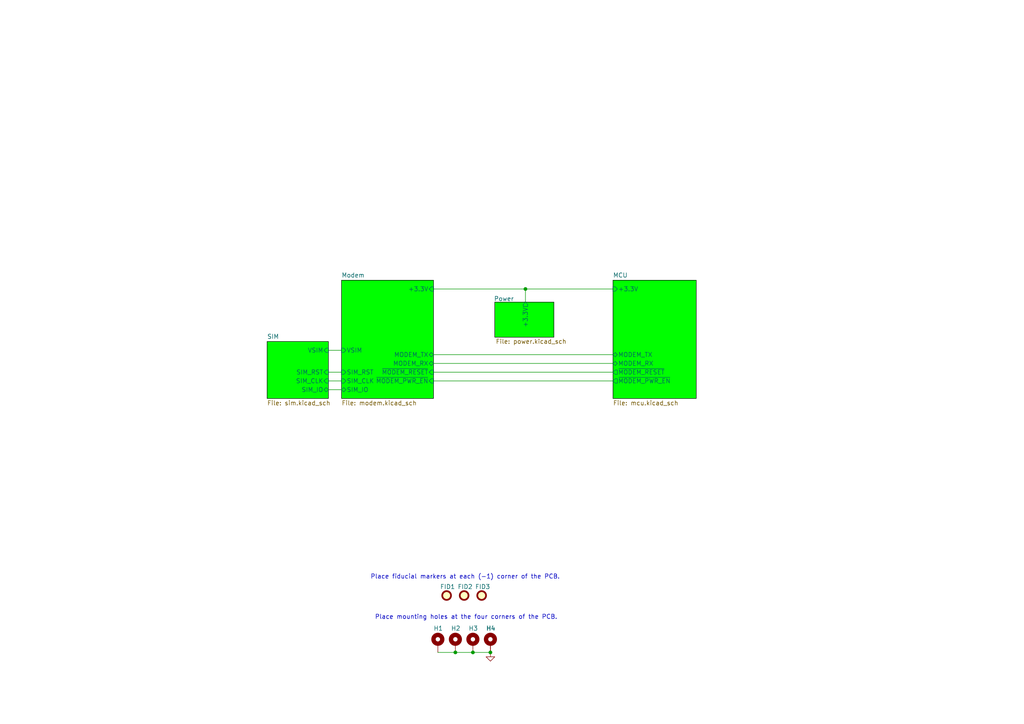
<source format=kicad_sch>
(kicad_sch
	(version 20231120)
	(generator "eeschema")
	(generator_version "8.0")
	(uuid "b12a6e25-97fb-4aba-bc96-af8db389bb9a")
	(paper "A4")
	(title_block
		(title "Iida devkit")
		(date "2024-09-08")
		(rev "v4.0.0")
	)
	(lib_symbols
		(symbol "Mechanical:Fiducial"
			(exclude_from_sim no)
			(in_bom yes)
			(on_board yes)
			(property "Reference" "FID"
				(at 0 5.08 0)
				(effects
					(font
						(size 1.27 1.27)
					)
				)
			)
			(property "Value" "Fiducial"
				(at 0 3.175 0)
				(effects
					(font
						(size 1.27 1.27)
					)
				)
			)
			(property "Footprint" ""
				(at 0 0 0)
				(effects
					(font
						(size 1.27 1.27)
					)
					(hide yes)
				)
			)
			(property "Datasheet" "~"
				(at 0 0 0)
				(effects
					(font
						(size 1.27 1.27)
					)
					(hide yes)
				)
			)
			(property "Description" "Fiducial Marker"
				(at 0 0 0)
				(effects
					(font
						(size 1.27 1.27)
					)
					(hide yes)
				)
			)
			(property "ki_keywords" "fiducial marker"
				(at 0 0 0)
				(effects
					(font
						(size 1.27 1.27)
					)
					(hide yes)
				)
			)
			(property "ki_fp_filters" "Fiducial*"
				(at 0 0 0)
				(effects
					(font
						(size 1.27 1.27)
					)
					(hide yes)
				)
			)
			(symbol "Fiducial_0_1"
				(circle
					(center 0 0)
					(radius 1.27)
					(stroke
						(width 0.508)
						(type default)
					)
					(fill
						(type background)
					)
				)
			)
		)
		(symbol "Mechanical:MountingHole_Pad"
			(pin_numbers hide)
			(pin_names
				(offset 1.016) hide)
			(exclude_from_sim no)
			(in_bom yes)
			(on_board yes)
			(property "Reference" "H"
				(at 0 6.35 0)
				(effects
					(font
						(size 1.27 1.27)
					)
				)
			)
			(property "Value" "MountingHole_Pad"
				(at 0 4.445 0)
				(effects
					(font
						(size 1.27 1.27)
					)
				)
			)
			(property "Footprint" ""
				(at 0 0 0)
				(effects
					(font
						(size 1.27 1.27)
					)
					(hide yes)
				)
			)
			(property "Datasheet" "~"
				(at 0 0 0)
				(effects
					(font
						(size 1.27 1.27)
					)
					(hide yes)
				)
			)
			(property "Description" "Mounting Hole with connection"
				(at 0 0 0)
				(effects
					(font
						(size 1.27 1.27)
					)
					(hide yes)
				)
			)
			(property "ki_keywords" "mounting hole"
				(at 0 0 0)
				(effects
					(font
						(size 1.27 1.27)
					)
					(hide yes)
				)
			)
			(property "ki_fp_filters" "MountingHole*Pad*"
				(at 0 0 0)
				(effects
					(font
						(size 1.27 1.27)
					)
					(hide yes)
				)
			)
			(symbol "MountingHole_Pad_0_1"
				(circle
					(center 0 1.27)
					(radius 1.27)
					(stroke
						(width 1.27)
						(type default)
					)
					(fill
						(type none)
					)
				)
			)
			(symbol "MountingHole_Pad_1_1"
				(pin input line
					(at 0 -2.54 90)
					(length 2.54)
					(name "1"
						(effects
							(font
								(size 1.27 1.27)
							)
						)
					)
					(number "1"
						(effects
							(font
								(size 1.27 1.27)
							)
						)
					)
				)
			)
		)
		(symbol "power:GND"
			(power)
			(pin_numbers hide)
			(pin_names
				(offset 0) hide)
			(exclude_from_sim no)
			(in_bom yes)
			(on_board yes)
			(property "Reference" "#PWR"
				(at 0 -6.35 0)
				(effects
					(font
						(size 1.27 1.27)
					)
					(hide yes)
				)
			)
			(property "Value" "GND"
				(at 0 -3.81 0)
				(effects
					(font
						(size 1.27 1.27)
					)
				)
			)
			(property "Footprint" ""
				(at 0 0 0)
				(effects
					(font
						(size 1.27 1.27)
					)
					(hide yes)
				)
			)
			(property "Datasheet" ""
				(at 0 0 0)
				(effects
					(font
						(size 1.27 1.27)
					)
					(hide yes)
				)
			)
			(property "Description" "Power symbol creates a global label with name \"GND\" , ground"
				(at 0 0 0)
				(effects
					(font
						(size 1.27 1.27)
					)
					(hide yes)
				)
			)
			(property "ki_keywords" "global power"
				(at 0 0 0)
				(effects
					(font
						(size 1.27 1.27)
					)
					(hide yes)
				)
			)
			(symbol "GND_0_1"
				(polyline
					(pts
						(xy 0 0) (xy 0 -1.27) (xy 1.27 -1.27) (xy 0 -2.54) (xy -1.27 -1.27) (xy 0 -1.27)
					)
					(stroke
						(width 0)
						(type default)
					)
					(fill
						(type none)
					)
				)
			)
			(symbol "GND_1_1"
				(pin power_in line
					(at 0 0 270)
					(length 0)
					(name "~"
						(effects
							(font
								(size 1.27 1.27)
							)
						)
					)
					(number "1"
						(effects
							(font
								(size 1.27 1.27)
							)
						)
					)
				)
			)
		)
	)
	(junction
		(at 142.24 189.23)
		(diameter 0)
		(color 0 0 0 0)
		(uuid "062403b7-13ce-4a49-b1b0-dd820d284646")
	)
	(junction
		(at 152.4 83.82)
		(diameter 0)
		(color 0 0 0 0)
		(uuid "78c7956f-76bc-4dd4-aeb2-e0cd48f6d5ec")
	)
	(junction
		(at 132.08 189.23)
		(diameter 0)
		(color 0 0 0 0)
		(uuid "939d13a2-cc0b-4354-bde8-a93e85d138b7")
	)
	(junction
		(at 137.16 189.23)
		(diameter 0)
		(color 0 0 0 0)
		(uuid "f64cad8a-0185-476f-91dc-4b8cfcbc11f3")
	)
	(wire
		(pts
			(xy 95.25 101.6) (xy 99.06 101.6)
		)
		(stroke
			(width 0)
			(type default)
		)
		(uuid "11789dc7-75c0-40bf-9f05-59d7931a7513")
	)
	(wire
		(pts
			(xy 152.4 83.82) (xy 152.4 87.63)
		)
		(stroke
			(width 0)
			(type default)
		)
		(uuid "2c4abf66-a479-4519-b402-ca25e5269288")
	)
	(wire
		(pts
			(xy 132.08 189.23) (xy 137.16 189.23)
		)
		(stroke
			(width 0)
			(type default)
		)
		(uuid "5af8a3c2-e4ba-48d5-8484-80313c425d14")
	)
	(wire
		(pts
			(xy 125.73 102.87) (xy 177.8 102.87)
		)
		(stroke
			(width 0)
			(type default)
		)
		(uuid "5c118627-09f0-4b18-997c-443007e9c616")
	)
	(wire
		(pts
			(xy 95.25 107.95) (xy 99.06 107.95)
		)
		(stroke
			(width 0)
			(type default)
		)
		(uuid "90257038-183a-4e7e-a0cb-730b68f3f3b4")
	)
	(wire
		(pts
			(xy 127 189.23) (xy 132.08 189.23)
		)
		(stroke
			(width 0)
			(type default)
		)
		(uuid "998460f9-9846-4ad8-a126-ff2ac08c9f76")
	)
	(wire
		(pts
			(xy 125.73 107.95) (xy 177.8 107.95)
		)
		(stroke
			(width 0)
			(type default)
		)
		(uuid "9d4777f2-75b5-40ac-98e7-970a0b3623e9")
	)
	(wire
		(pts
			(xy 125.73 105.41) (xy 177.8 105.41)
		)
		(stroke
			(width 0)
			(type default)
		)
		(uuid "a18fbc9d-f2c8-4197-9bd7-50397c0553df")
	)
	(wire
		(pts
			(xy 152.4 83.82) (xy 177.8 83.82)
		)
		(stroke
			(width 0)
			(type default)
		)
		(uuid "a2a21470-36d0-47bd-bcac-9b384ea6c75c")
	)
	(wire
		(pts
			(xy 137.16 189.23) (xy 142.24 189.23)
		)
		(stroke
			(width 0)
			(type default)
		)
		(uuid "a4e0ba10-6c1f-42ce-8447-de68f649553c")
	)
	(wire
		(pts
			(xy 125.73 83.82) (xy 152.4 83.82)
		)
		(stroke
			(width 0)
			(type default)
		)
		(uuid "b30b80ab-74b4-4624-ac28-c7e258d59168")
	)
	(wire
		(pts
			(xy 95.25 110.49) (xy 99.06 110.49)
		)
		(stroke
			(width 0)
			(type default)
		)
		(uuid "b8f1798f-c79d-40f0-a85c-4cd3877f6a63")
	)
	(wire
		(pts
			(xy 125.73 110.49) (xy 177.8 110.49)
		)
		(stroke
			(width 0)
			(type default)
		)
		(uuid "b94e1048-e4a1-456f-a55d-5515960e0860")
	)
	(wire
		(pts
			(xy 95.25 113.03) (xy 99.06 113.03)
		)
		(stroke
			(width 0)
			(type default)
		)
		(uuid "f3051ff5-3f80-4f12-8f79-1969fdd51329")
	)
	(text "Place fiducial markers at each (-1) corner of the PCB."
		(exclude_from_sim no)
		(at 107.442 167.386 0)
		(effects
			(font
				(size 1.27 1.27)
			)
			(justify left)
		)
		(uuid "c32d7fd3-00d8-48da-9a35-77073af5943a")
	)
	(text "Place mounting holes at the four corners of the PCB."
		(exclude_from_sim no)
		(at 108.712 179.07 0)
		(effects
			(font
				(size 1.27 1.27)
			)
			(justify left)
		)
		(uuid "d3b39367-531a-4266-b5c4-38e8e4730cd9")
	)
	(symbol
		(lib_id "Mechanical:MountingHole_Pad")
		(at 127 186.69 0)
		(unit 1)
		(exclude_from_sim yes)
		(in_bom no)
		(on_board yes)
		(dnp no)
		(uuid "160058f9-baa4-448c-b354-99225a2ceae8")
		(property "Reference" "H1"
			(at 125.73 182.245 0)
			(effects
				(font
					(size 1.27 1.27)
				)
				(justify left)
			)
		)
		(property "Value" "MountingHole_Pad"
			(at 129.54 186.69 0)
			(effects
				(font
					(size 1.27 1.27)
				)
				(justify left)
				(hide yes)
			)
		)
		(property "Footprint" "MountingHole:MountingHole_4.3mm_M4_Pad_Via"
			(at 127 186.69 0)
			(effects
				(font
					(size 1.27 1.27)
				)
				(hide yes)
			)
		)
		(property "Datasheet" "~"
			(at 127 186.69 0)
			(effects
				(font
					(size 1.27 1.27)
				)
				(hide yes)
			)
		)
		(property "Description" ""
			(at 127 186.69 0)
			(effects
				(font
					(size 1.27 1.27)
				)
				(hide yes)
			)
		)
		(property "Digi-Key Part Number" "-"
			(at 127 186.69 0)
			(effects
				(font
					(size 1.27 1.27)
				)
				(hide yes)
			)
		)
		(property "Manufacturer" "-"
			(at 127 186.69 0)
			(effects
				(font
					(size 1.27 1.27)
				)
				(hide yes)
			)
		)
		(property "Manufacturer Part Number" "-"
			(at 127 186.69 0)
			(effects
				(font
					(size 1.27 1.27)
				)
				(hide yes)
			)
		)
		(pin "1"
			(uuid "e74376f9-5a04-44dd-942f-c29444f8b5eb")
		)
		(instances
			(project "iida_devkit"
				(path "/b12a6e25-97fb-4aba-bc96-af8db389bb9a"
					(reference "H1")
					(unit 1)
				)
			)
		)
	)
	(symbol
		(lib_id "Mechanical:Fiducial")
		(at 134.62 172.72 0)
		(unit 1)
		(exclude_from_sim no)
		(in_bom no)
		(on_board yes)
		(dnp no)
		(uuid "26b8cd8e-22f8-4c67-ae7d-0b4f3e40ec43")
		(property "Reference" "FID2"
			(at 132.715 170.18 0)
			(effects
				(font
					(size 1.27 1.27)
				)
				(justify left)
			)
		)
		(property "Value" "Fiducial"
			(at 137.795 173.99 0)
			(effects
				(font
					(size 1.27 1.27)
				)
				(justify left)
				(hide yes)
			)
		)
		(property "Footprint" "Fiducial:Fiducial_1mm_Mask2mm"
			(at 134.62 172.72 0)
			(effects
				(font
					(size 1.27 1.27)
				)
				(hide yes)
			)
		)
		(property "Datasheet" "~"
			(at 134.62 172.72 0)
			(effects
				(font
					(size 1.27 1.27)
				)
				(hide yes)
			)
		)
		(property "Description" ""
			(at 134.62 172.72 0)
			(effects
				(font
					(size 1.27 1.27)
				)
				(hide yes)
			)
		)
		(property "Digi-Key Part Number" "-"
			(at 134.62 172.72 0)
			(effects
				(font
					(size 1.27 1.27)
				)
				(hide yes)
			)
		)
		(property "Manufacturer" "-"
			(at 134.62 172.72 0)
			(effects
				(font
					(size 1.27 1.27)
				)
				(hide yes)
			)
		)
		(property "Manufacturer Part Number" "-"
			(at 134.62 172.72 0)
			(effects
				(font
					(size 1.27 1.27)
				)
				(hide yes)
			)
		)
		(instances
			(project "iida_devkit"
				(path "/b12a6e25-97fb-4aba-bc96-af8db389bb9a"
					(reference "FID2")
					(unit 1)
				)
			)
		)
	)
	(symbol
		(lib_id "Mechanical:MountingHole_Pad")
		(at 142.24 186.69 0)
		(unit 1)
		(exclude_from_sim yes)
		(in_bom no)
		(on_board yes)
		(dnp no)
		(uuid "37b17bca-3d3c-4c85-92bf-245f7303c029")
		(property "Reference" "H4"
			(at 140.97 182.245 0)
			(effects
				(font
					(size 1.27 1.27)
				)
				(justify left)
			)
		)
		(property "Value" "MountingHole_Pad"
			(at 144.78 186.69 0)
			(effects
				(font
					(size 1.27 1.27)
				)
				(justify left)
				(hide yes)
			)
		)
		(property "Footprint" "MountingHole:MountingHole_4.3mm_M4_Pad_Via"
			(at 142.24 186.69 0)
			(effects
				(font
					(size 1.27 1.27)
				)
				(hide yes)
			)
		)
		(property "Datasheet" "~"
			(at 142.24 186.69 0)
			(effects
				(font
					(size 1.27 1.27)
				)
				(hide yes)
			)
		)
		(property "Description" ""
			(at 142.24 186.69 0)
			(effects
				(font
					(size 1.27 1.27)
				)
				(hide yes)
			)
		)
		(property "Digi-Key Part Number" "-"
			(at 142.24 186.69 0)
			(effects
				(font
					(size 1.27 1.27)
				)
				(hide yes)
			)
		)
		(property "Manufacturer" "-"
			(at 142.24 186.69 0)
			(effects
				(font
					(size 1.27 1.27)
				)
				(hide yes)
			)
		)
		(property "Manufacturer Part Number" "-"
			(at 142.24 186.69 0)
			(effects
				(font
					(size 1.27 1.27)
				)
				(hide yes)
			)
		)
		(pin "1"
			(uuid "fc9f5779-c79c-4ca7-9d54-31385690c6a5")
		)
		(instances
			(project "iida_devkit"
				(path "/b12a6e25-97fb-4aba-bc96-af8db389bb9a"
					(reference "H4")
					(unit 1)
				)
			)
		)
	)
	(symbol
		(lib_id "power:GND")
		(at 142.24 189.23 0)
		(unit 1)
		(exclude_from_sim no)
		(in_bom yes)
		(on_board yes)
		(dnp no)
		(fields_autoplaced yes)
		(uuid "4b88cd83-3afd-4da0-96db-2c7305c3c68f")
		(property "Reference" "#PWR01"
			(at 142.24 195.58 0)
			(effects
				(font
					(size 1.27 1.27)
				)
				(hide yes)
			)
		)
		(property "Value" "GND"
			(at 142.24 194.31 0)
			(effects
				(font
					(size 1.27 1.27)
				)
				(hide yes)
			)
		)
		(property "Footprint" ""
			(at 142.24 189.23 0)
			(effects
				(font
					(size 1.27 1.27)
				)
				(hide yes)
			)
		)
		(property "Datasheet" ""
			(at 142.24 189.23 0)
			(effects
				(font
					(size 1.27 1.27)
				)
				(hide yes)
			)
		)
		(property "Description" "Power symbol creates a global label with name \"GND\" , ground"
			(at 142.24 189.23 0)
			(effects
				(font
					(size 1.27 1.27)
				)
				(hide yes)
			)
		)
		(pin "1"
			(uuid "4108ac36-e3f9-427e-a5a4-4b63fbc0e5f5")
		)
		(instances
			(project "iida_devkit"
				(path "/b12a6e25-97fb-4aba-bc96-af8db389bb9a"
					(reference "#PWR01")
					(unit 1)
				)
			)
		)
	)
	(symbol
		(lib_id "Mechanical:Fiducial")
		(at 139.7 172.72 0)
		(unit 1)
		(exclude_from_sim no)
		(in_bom no)
		(on_board yes)
		(dnp no)
		(uuid "545c7fb9-449e-45e3-8c9d-d90293b26264")
		(property "Reference" "FID3"
			(at 137.795 170.18 0)
			(effects
				(font
					(size 1.27 1.27)
				)
				(justify left)
			)
		)
		(property "Value" "Fiducial"
			(at 142.875 173.99 0)
			(effects
				(font
					(size 1.27 1.27)
				)
				(justify left)
				(hide yes)
			)
		)
		(property "Footprint" "Fiducial:Fiducial_1mm_Mask2mm"
			(at 139.7 172.72 0)
			(effects
				(font
					(size 1.27 1.27)
				)
				(hide yes)
			)
		)
		(property "Datasheet" "~"
			(at 139.7 172.72 0)
			(effects
				(font
					(size 1.27 1.27)
				)
				(hide yes)
			)
		)
		(property "Description" ""
			(at 139.7 172.72 0)
			(effects
				(font
					(size 1.27 1.27)
				)
				(hide yes)
			)
		)
		(property "Digi-Key Part Number" "-"
			(at 139.7 172.72 0)
			(effects
				(font
					(size 1.27 1.27)
				)
				(hide yes)
			)
		)
		(property "Manufacturer" "-"
			(at 139.7 172.72 0)
			(effects
				(font
					(size 1.27 1.27)
				)
				(hide yes)
			)
		)
		(property "Manufacturer Part Number" "-"
			(at 139.7 172.72 0)
			(effects
				(font
					(size 1.27 1.27)
				)
				(hide yes)
			)
		)
		(instances
			(project "iida_devkit"
				(path "/b12a6e25-97fb-4aba-bc96-af8db389bb9a"
					(reference "FID3")
					(unit 1)
				)
			)
		)
	)
	(symbol
		(lib_id "Mechanical:MountingHole_Pad")
		(at 132.08 186.69 0)
		(unit 1)
		(exclude_from_sim yes)
		(in_bom no)
		(on_board yes)
		(dnp no)
		(uuid "701cbfd0-af05-42fa-a2d4-17530a2367e3")
		(property "Reference" "H2"
			(at 130.81 182.245 0)
			(effects
				(font
					(size 1.27 1.27)
				)
				(justify left)
			)
		)
		(property "Value" "MountingHole_Pad"
			(at 134.62 186.69 0)
			(effects
				(font
					(size 1.27 1.27)
				)
				(justify left)
				(hide yes)
			)
		)
		(property "Footprint" "MountingHole:MountingHole_4.3mm_M4_Pad_Via"
			(at 132.08 186.69 0)
			(effects
				(font
					(size 1.27 1.27)
				)
				(hide yes)
			)
		)
		(property "Datasheet" "~"
			(at 132.08 186.69 0)
			(effects
				(font
					(size 1.27 1.27)
				)
				(hide yes)
			)
		)
		(property "Description" ""
			(at 132.08 186.69 0)
			(effects
				(font
					(size 1.27 1.27)
				)
				(hide yes)
			)
		)
		(property "Digi-Key Part Number" "-"
			(at 132.08 186.69 0)
			(effects
				(font
					(size 1.27 1.27)
				)
				(hide yes)
			)
		)
		(property "Manufacturer" "-"
			(at 132.08 186.69 0)
			(effects
				(font
					(size 1.27 1.27)
				)
				(hide yes)
			)
		)
		(property "Manufacturer Part Number" "-"
			(at 132.08 186.69 0)
			(effects
				(font
					(size 1.27 1.27)
				)
				(hide yes)
			)
		)
		(pin "1"
			(uuid "19233092-29eb-449a-9472-04dc626ddf6b")
		)
		(instances
			(project "iida_devkit"
				(path "/b12a6e25-97fb-4aba-bc96-af8db389bb9a"
					(reference "H2")
					(unit 1)
				)
			)
		)
	)
	(symbol
		(lib_id "Mechanical:Fiducial")
		(at 129.54 172.72 0)
		(unit 1)
		(exclude_from_sim no)
		(in_bom no)
		(on_board yes)
		(dnp no)
		(uuid "b2e95186-9f4a-4240-acf3-6c29d8c4e696")
		(property "Reference" "FID1"
			(at 127.635 170.18 0)
			(effects
				(font
					(size 1.27 1.27)
				)
				(justify left)
			)
		)
		(property "Value" "Fiducial"
			(at 132.715 173.99 0)
			(effects
				(font
					(size 1.27 1.27)
				)
				(justify left)
				(hide yes)
			)
		)
		(property "Footprint" "Fiducial:Fiducial_1mm_Mask2mm"
			(at 129.54 172.72 0)
			(effects
				(font
					(size 1.27 1.27)
				)
				(hide yes)
			)
		)
		(property "Datasheet" "~"
			(at 129.54 172.72 0)
			(effects
				(font
					(size 1.27 1.27)
				)
				(hide yes)
			)
		)
		(property "Description" ""
			(at 129.54 172.72 0)
			(effects
				(font
					(size 1.27 1.27)
				)
				(hide yes)
			)
		)
		(property "Digi-Key Part Number" "-"
			(at 129.54 172.72 0)
			(effects
				(font
					(size 1.27 1.27)
				)
				(hide yes)
			)
		)
		(property "Manufacturer" "-"
			(at 129.54 172.72 0)
			(effects
				(font
					(size 1.27 1.27)
				)
				(hide yes)
			)
		)
		(property "Manufacturer Part Number" "-"
			(at 129.54 172.72 0)
			(effects
				(font
					(size 1.27 1.27)
				)
				(hide yes)
			)
		)
		(instances
			(project "iida_devkit"
				(path "/b12a6e25-97fb-4aba-bc96-af8db389bb9a"
					(reference "FID1")
					(unit 1)
				)
			)
		)
	)
	(symbol
		(lib_id "Mechanical:MountingHole_Pad")
		(at 137.16 186.69 0)
		(unit 1)
		(exclude_from_sim yes)
		(in_bom no)
		(on_board yes)
		(dnp no)
		(uuid "e64f6084-e950-4b3e-b4b3-d057eb9b5b4e")
		(property "Reference" "H3"
			(at 135.89 182.245 0)
			(effects
				(font
					(size 1.27 1.27)
				)
				(justify left)
			)
		)
		(property "Value" "MountingHole_Pad"
			(at 139.7 186.69 0)
			(effects
				(font
					(size 1.27 1.27)
				)
				(justify left)
				(hide yes)
			)
		)
		(property "Footprint" "MountingHole:MountingHole_4.3mm_M4_Pad_Via"
			(at 137.16 186.69 0)
			(effects
				(font
					(size 1.27 1.27)
				)
				(hide yes)
			)
		)
		(property "Datasheet" "~"
			(at 137.16 186.69 0)
			(effects
				(font
					(size 1.27 1.27)
				)
				(hide yes)
			)
		)
		(property "Description" ""
			(at 137.16 186.69 0)
			(effects
				(font
					(size 1.27 1.27)
				)
				(hide yes)
			)
		)
		(property "Digi-Key Part Number" "-"
			(at 137.16 186.69 0)
			(effects
				(font
					(size 1.27 1.27)
				)
				(hide yes)
			)
		)
		(property "Manufacturer" "-"
			(at 137.16 186.69 0)
			(effects
				(font
					(size 1.27 1.27)
				)
				(hide yes)
			)
		)
		(property "Manufacturer Part Number" "-"
			(at 137.16 186.69 0)
			(effects
				(font
					(size 1.27 1.27)
				)
				(hide yes)
			)
		)
		(pin "1"
			(uuid "c6b22036-6c70-4147-adb7-358253fa3a07")
		)
		(instances
			(project "iida_devkit"
				(path "/b12a6e25-97fb-4aba-bc96-af8db389bb9a"
					(reference "H3")
					(unit 1)
				)
			)
		)
	)
	(sheet
		(at 77.47 99.06)
		(size 17.78 16.51)
		(fields_autoplaced yes)
		(stroke
			(width 0.1524)
			(type solid)
			(color 0 0 0 1)
		)
		(fill
			(color 0 255 0 1.0000)
		)
		(uuid "33580d9f-a609-4568-baaf-9a29cf2dabcd")
		(property "Sheetname" "SIM"
			(at 77.47 98.3484 0)
			(effects
				(font
					(size 1.27 1.27)
				)
				(justify left bottom)
			)
		)
		(property "Sheetfile" "sim.kicad_sch"
			(at 77.47 116.1546 0)
			(effects
				(font
					(size 1.27 1.27)
				)
				(justify left top)
			)
		)
		(pin "SIM_RST" input
			(at 95.25 107.95 0)
			(effects
				(font
					(size 1.27 1.27)
				)
				(justify right)
			)
			(uuid "f32303f7-4bc3-47f1-8df1-84b86affbf7c")
		)
		(pin "VSIM" input
			(at 95.25 101.6 0)
			(effects
				(font
					(size 1.27 1.27)
				)
				(justify right)
			)
			(uuid "fe6520ae-21d4-4e54-ab5c-a77d28208c6e")
		)
		(pin "SIM_CLK" input
			(at 95.25 110.49 0)
			(effects
				(font
					(size 1.27 1.27)
				)
				(justify right)
			)
			(uuid "98ba439e-18f9-4613-8a18-c982dcaad86f")
		)
		(pin "SIM_IO" bidirectional
			(at 95.25 113.03 0)
			(effects
				(font
					(size 1.27 1.27)
				)
				(justify right)
			)
			(uuid "2489ff51-7f55-4b64-a251-1aa8855cf301")
		)
		(instances
			(project "iida_devkit"
				(path "/b12a6e25-97fb-4aba-bc96-af8db389bb9a"
					(page "5")
				)
			)
		)
	)
	(sheet
		(at 99.06 81.28)
		(size 26.67 34.29)
		(fields_autoplaced yes)
		(stroke
			(width 0.1524)
			(type solid)
			(color 0 0 0 1)
		)
		(fill
			(color 0 255 0 1.0000)
		)
		(uuid "3723475b-e956-4027-ac40-e47346743900")
		(property "Sheetname" "Modem"
			(at 99.06 80.5684 0)
			(effects
				(font
					(size 1.27 1.27)
				)
				(justify left bottom)
			)
		)
		(property "Sheetfile" "modem.kicad_sch"
			(at 99.06 116.1546 0)
			(effects
				(font
					(size 1.27 1.27)
				)
				(justify left top)
			)
		)
		(pin "SIM_IO" bidirectional
			(at 99.06 113.03 180)
			(effects
				(font
					(size 1.27 1.27)
				)
				(justify left)
			)
			(uuid "74388d3f-d654-4c91-9ab6-16ccf4ff06ba")
		)
		(pin "VSIM" input
			(at 99.06 101.6 180)
			(effects
				(font
					(size 1.27 1.27)
				)
				(justify left)
			)
			(uuid "0a154582-1c77-4364-9874-ad9886d242bc")
		)
		(pin "SIM_RST" input
			(at 99.06 107.95 180)
			(effects
				(font
					(size 1.27 1.27)
				)
				(justify left)
			)
			(uuid "68eb1f09-9723-4835-9a32-989842fb9f33")
		)
		(pin "SIM_CLK" input
			(at 99.06 110.49 180)
			(effects
				(font
					(size 1.27 1.27)
				)
				(justify left)
			)
			(uuid "679426f3-330a-44a8-b431-6c083eadeab8")
		)
		(pin "~{MODEM_RESET}" input
			(at 125.73 107.95 0)
			(effects
				(font
					(size 1.27 1.27)
				)
				(justify right)
			)
			(uuid "89892a07-8843-47d4-b72a-b6cfab519eaf")
		)
		(pin "MODEM_RX" bidirectional
			(at 125.73 105.41 0)
			(effects
				(font
					(size 1.27 1.27)
				)
				(justify right)
			)
			(uuid "ae0d97c2-51b0-447e-8d13-5413164479c3")
		)
		(pin "MODEM_TX" bidirectional
			(at 125.73 102.87 0)
			(effects
				(font
					(size 1.27 1.27)
				)
				(justify right)
			)
			(uuid "6d1e3a79-44ba-4120-aac0-f77b22f98bdd")
		)
		(pin "+3.3V" input
			(at 125.73 83.82 0)
			(effects
				(font
					(size 1.27 1.27)
				)
				(justify right)
			)
			(uuid "3a00faf0-24b6-49a5-ac39-7e8b1b030d15")
		)
		(pin "~{MODEM_PWR_EN}" input
			(at 125.73 110.49 0)
			(effects
				(font
					(size 1.27 1.27)
				)
				(justify right)
			)
			(uuid "840ad303-7056-4439-9228-150e526815c4")
		)
		(instances
			(project "iida_devkit"
				(path "/b12a6e25-97fb-4aba-bc96-af8db389bb9a"
					(page "4")
				)
			)
		)
	)
	(sheet
		(at 177.8 81.28)
		(size 24.13 34.29)
		(fields_autoplaced yes)
		(stroke
			(width 0.1524)
			(type solid)
			(color 0 0 0 1)
		)
		(fill
			(color 0 255 0 1.0000)
		)
		(uuid "6dd8d741-3080-458c-a4f5-a05a3905bb8a")
		(property "Sheetname" "MCU"
			(at 177.8 80.5684 0)
			(effects
				(font
					(size 1.27 1.27)
				)
				(justify left bottom)
			)
		)
		(property "Sheetfile" "mcu.kicad_sch"
			(at 177.8 116.1546 0)
			(effects
				(font
					(size 1.27 1.27)
				)
				(justify left top)
			)
		)
		(pin "MODEM_TX" bidirectional
			(at 177.8 102.87 180)
			(effects
				(font
					(size 1.27 1.27)
				)
				(justify left)
			)
			(uuid "99ecb9fa-4ee6-48e7-ba96-ea8fca62c7df")
		)
		(pin "MODEM_RX" bidirectional
			(at 177.8 105.41 180)
			(effects
				(font
					(size 1.27 1.27)
				)
				(justify left)
			)
			(uuid "188d5d6a-7712-4ca6-a733-020c99202f1f")
		)
		(pin "~{MODEM_RESET}" output
			(at 177.8 107.95 180)
			(effects
				(font
					(size 1.27 1.27)
				)
				(justify left)
			)
			(uuid "ef086c81-5b96-4c75-871f-f8a74954c38a")
		)
		(pin "+3.3V" input
			(at 177.8 83.82 180)
			(effects
				(font
					(size 1.27 1.27)
				)
				(justify left)
			)
			(uuid "3aa16ee8-36ff-44a5-aa97-ef2a4e93086e")
		)
		(pin "~{MODEM_PWR_EN}" output
			(at 177.8 110.49 180)
			(effects
				(font
					(size 1.27 1.27)
				)
				(justify left)
			)
			(uuid "f06ee567-2246-426d-b8d7-68cf7891e5fe")
		)
		(instances
			(project "iida_devkit"
				(path "/b12a6e25-97fb-4aba-bc96-af8db389bb9a"
					(page "3")
				)
			)
		)
	)
	(sheet
		(at 143.51 87.63)
		(size 17.145 10.16)
		(stroke
			(width 0.1524)
			(type solid)
			(color 0 0 0 1)
		)
		(fill
			(color 0 255 0 1.0000)
		)
		(uuid "8a51e004-740e-440f-9bfb-b035bcbeb0d2")
		(property "Sheetname" "Power"
			(at 143.256 87.376 0)
			(effects
				(font
					(size 1.27 1.27)
				)
				(justify left bottom)
			)
		)
		(property "Sheetfile" "power.kicad_sch"
			(at 143.764 98.298 0)
			(effects
				(font
					(size 1.27 1.27)
				)
				(justify left top)
			)
		)
		(pin "+3.3V" output
			(at 152.4 87.63 90)
			(effects
				(font
					(size 1.27 1.27)
				)
				(justify right)
			)
			(uuid "468f3cfd-d0ed-4912-8d18-d4ccc784f3e4")
		)
		(instances
			(project "iida_devkit"
				(path "/b12a6e25-97fb-4aba-bc96-af8db389bb9a"
					(page "2")
				)
			)
		)
	)
	(sheet_instances
		(path "/"
			(page "1")
		)
	)
)

</source>
